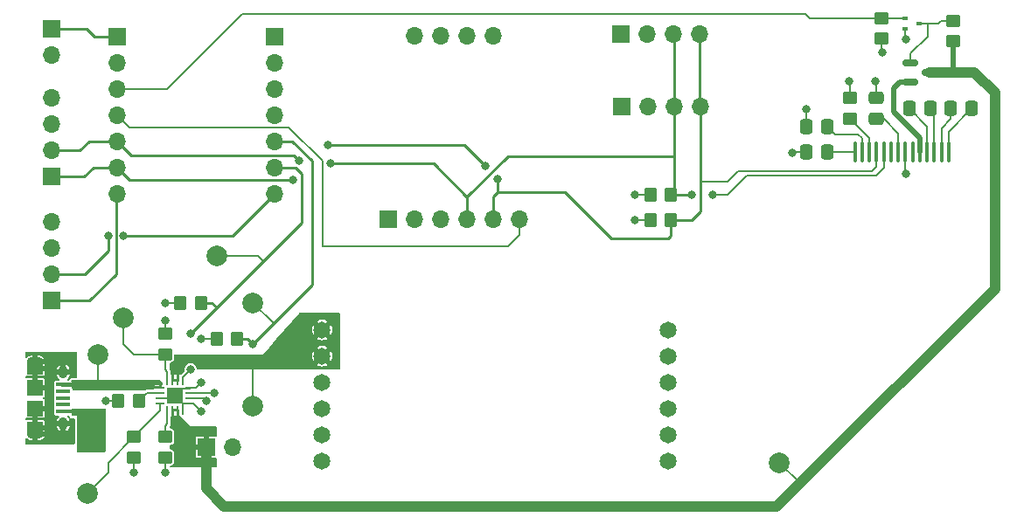
<source format=gbr>
%TF.GenerationSoftware,KiCad,Pcbnew,(6.0.4)*%
%TF.CreationDate,2022-11-18T09:58:05-05:00*%
%TF.ProjectId,NFFPCB,4e464650-4342-42e6-9b69-6361645f7063,rev?*%
%TF.SameCoordinates,Original*%
%TF.FileFunction,Copper,L1,Top*%
%TF.FilePolarity,Positive*%
%FSLAX46Y46*%
G04 Gerber Fmt 4.6, Leading zero omitted, Abs format (unit mm)*
G04 Created by KiCad (PCBNEW (6.0.4)) date 2022-11-18 09:58:05*
%MOMM*%
%LPD*%
G01*
G04 APERTURE LIST*
G04 Aperture macros list*
%AMRoundRect*
0 Rectangle with rounded corners*
0 $1 Rounding radius*
0 $2 $3 $4 $5 $6 $7 $8 $9 X,Y pos of 4 corners*
0 Add a 4 corners polygon primitive as box body*
4,1,4,$2,$3,$4,$5,$6,$7,$8,$9,$2,$3,0*
0 Add four circle primitives for the rounded corners*
1,1,$1+$1,$2,$3*
1,1,$1+$1,$4,$5*
1,1,$1+$1,$6,$7*
1,1,$1+$1,$8,$9*
0 Add four rect primitives between the rounded corners*
20,1,$1+$1,$2,$3,$4,$5,0*
20,1,$1+$1,$4,$5,$6,$7,0*
20,1,$1+$1,$6,$7,$8,$9,0*
20,1,$1+$1,$8,$9,$2,$3,0*%
G04 Aperture macros list end*
%TA.AperFunction,ComponentPad*%
%ADD10C,2.000000*%
%TD*%
%TA.AperFunction,ComponentPad*%
%ADD11C,1.651000*%
%TD*%
%TA.AperFunction,ComponentPad*%
%ADD12R,1.700000X1.700000*%
%TD*%
%TA.AperFunction,ComponentPad*%
%ADD13O,1.700000X1.700000*%
%TD*%
%TA.AperFunction,SMDPad,CuDef*%
%ADD14RoundRect,0.250000X-0.350000X-0.450000X0.350000X-0.450000X0.350000X0.450000X-0.350000X0.450000X0*%
%TD*%
%TA.AperFunction,SMDPad,CuDef*%
%ADD15RoundRect,0.062500X0.062500X-0.375000X0.062500X0.375000X-0.062500X0.375000X-0.062500X-0.375000X0*%
%TD*%
%TA.AperFunction,SMDPad,CuDef*%
%ADD16RoundRect,0.062500X0.375000X-0.062500X0.375000X0.062500X-0.375000X0.062500X-0.375000X-0.062500X0*%
%TD*%
%TA.AperFunction,SMDPad,CuDef*%
%ADD17R,1.600000X1.600000*%
%TD*%
%TA.AperFunction,SMDPad,CuDef*%
%ADD18RoundRect,0.250000X0.337500X0.475000X-0.337500X0.475000X-0.337500X-0.475000X0.337500X-0.475000X0*%
%TD*%
%TA.AperFunction,SMDPad,CuDef*%
%ADD19R,0.510000X0.400000*%
%TD*%
%TA.AperFunction,SMDPad,CuDef*%
%ADD20R,1.350000X0.400000*%
%TD*%
%TA.AperFunction,ComponentPad*%
%ADD21O,0.950000X1.250000*%
%TD*%
%TA.AperFunction,ComponentPad*%
%ADD22O,1.550000X0.890000*%
%TD*%
%TA.AperFunction,SMDPad,CuDef*%
%ADD23R,1.550000X1.500000*%
%TD*%
%TA.AperFunction,SMDPad,CuDef*%
%ADD24R,1.550000X1.200000*%
%TD*%
%TA.AperFunction,SMDPad,CuDef*%
%ADD25RoundRect,0.250000X0.450000X-0.350000X0.450000X0.350000X-0.450000X0.350000X-0.450000X-0.350000X0*%
%TD*%
%TA.AperFunction,SMDPad,CuDef*%
%ADD26RoundRect,0.250000X0.475000X-0.337500X0.475000X0.337500X-0.475000X0.337500X-0.475000X-0.337500X0*%
%TD*%
%TA.AperFunction,SMDPad,CuDef*%
%ADD27RoundRect,0.087500X-0.087500X-0.912500X0.087500X-0.912500X0.087500X0.912500X-0.087500X0.912500X0*%
%TD*%
%TA.AperFunction,SMDPad,CuDef*%
%ADD28RoundRect,0.150000X-0.587500X-0.150000X0.587500X-0.150000X0.587500X0.150000X-0.587500X0.150000X0*%
%TD*%
%TA.AperFunction,SMDPad,CuDef*%
%ADD29RoundRect,0.250000X-0.450000X0.350000X-0.450000X-0.350000X0.450000X-0.350000X0.450000X0.350000X0*%
%TD*%
%TA.AperFunction,ViaPad*%
%ADD30C,0.800000*%
%TD*%
%TA.AperFunction,Conductor*%
%ADD31C,0.200000*%
%TD*%
%TA.AperFunction,Conductor*%
%ADD32C,1.000000*%
%TD*%
%TA.AperFunction,Conductor*%
%ADD33C,0.250000*%
%TD*%
%TA.AperFunction,Conductor*%
%ADD34C,0.500000*%
%TD*%
G04 APERTURE END LIST*
D10*
%TO.P,TPVUSB1,1,1*%
%TO.N,/+VUSB*%
X60500000Y-74000000D03*
%TD*%
%TO.P,TPVSYS1,1,1*%
%TO.N,/VSYS*%
X75500000Y-79000000D03*
%TD*%
%TO.P,TPISET1,1,1*%
%TO.N,Net-(R3-Pad2)*%
X59500000Y-87500000D03*
%TD*%
%TO.P,TPILIM1,1,1*%
%TO.N,Net-(R2-Pad2)*%
X63000000Y-70500000D03*
%TD*%
%TO.P,TPBATTRAW1,1,1*%
%TO.N,/VBATT_RAW*%
X126500000Y-84500000D03*
%TD*%
%TO.P,TP!PGOOD1,1,1*%
%TO.N,/!PGOOD*%
X75500000Y-69000000D03*
%TD*%
%TO.P,TP!CHG1,1,1*%
%TO.N,/!CHG*%
X72000000Y-64500000D03*
%TD*%
D11*
%TO.P,MOD1,*%
%TO.N,*%
X115764000Y-79270000D03*
X82236000Y-76730000D03*
X115764000Y-76730000D03*
X82236000Y-79270000D03*
%TO.P,MOD1,1,VIN*%
%TO.N,/VSYS*%
X82236000Y-74190000D03*
X82236000Y-71650000D03*
%TO.P,MOD1,2,GND*%
%TO.N,GND*%
X82236000Y-81810000D03*
X82236000Y-84350000D03*
%TO.P,MOD1,3,VOUT*%
%TO.N,+3V3*%
X115764000Y-71650000D03*
X115764000Y-74190000D03*
%TO.P,MOD1,4,GND*%
%TO.N,GND*%
X115764000Y-81810000D03*
X115764000Y-84350000D03*
%TD*%
D12*
%TO.P,U1,1,GND*%
%TO.N,GND*%
X111120000Y-43000000D03*
D13*
%TO.P,U1,2,VCC*%
%TO.N,+3V3*%
X113660000Y-43000000D03*
%TO.P,U1,3,SCL*%
%TO.N,/SCL*%
X116200000Y-43000000D03*
%TO.P,U1,4,SDA*%
%TO.N,/SDA*%
X118740000Y-43000000D03*
%TD*%
D14*
%TO.P,R8,1*%
%TO.N,+3V3*%
X72000000Y-72500000D03*
%TO.P,R8,2*%
%TO.N,/!PGOOD*%
X74000000Y-72500000D03*
%TD*%
D15*
%TO.P,U4,1,TS*%
%TO.N,Net-(R5-Pad2)*%
X67250000Y-79437500D03*
%TO.P,U4,2,BAT*%
%TO.N,/VBATT_RAW*%
X67750000Y-79437500D03*
%TO.P,U4,3,BAT*%
X68250000Y-79437500D03*
%TO.P,U4,4,~{CE}*%
%TO.N,GND*%
X68750000Y-79437500D03*
D16*
%TO.P,U4,5,EN2*%
X69437500Y-78750000D03*
%TO.P,U4,6,EN1*%
%TO.N,/+VUSB*%
X69437500Y-78250000D03*
%TO.P,U4,7,~{PGOOD}*%
%TO.N,/!PGOOD*%
X69437500Y-77750000D03*
%TO.P,U4,8,VSS*%
%TO.N,GND*%
X69437500Y-77250000D03*
D15*
%TO.P,U4,9,~{CHG}*%
%TO.N,/!CHG*%
X68750000Y-76562500D03*
%TO.P,U4,10,OUT*%
%TO.N,/VSYS*%
X68250000Y-76562500D03*
%TO.P,U4,11,OUT*%
X67750000Y-76562500D03*
%TO.P,U4,12,ILIM*%
%TO.N,Net-(R2-Pad2)*%
X67250000Y-76562500D03*
D16*
%TO.P,U4,13,IN*%
%TO.N,/+VUSB*%
X66562500Y-77250000D03*
%TO.P,U4,14,TMR*%
%TO.N,Net-(R1-Pad2)*%
X66562500Y-77750000D03*
%TO.P,U4,15,TD*%
%TO.N,GND*%
X66562500Y-78250000D03*
%TO.P,U4,16,ISET*%
%TO.N,Net-(R3-Pad2)*%
X66562500Y-78750000D03*
D17*
%TO.P,U4,17,VSS*%
%TO.N,GND*%
X68000000Y-78000000D03*
%TD*%
D18*
%TO.P,C1,1*%
%TO.N,/C2P*%
X145137500Y-50191000D03*
%TO.P,C1,2*%
%TO.N,/C2N*%
X143062500Y-50191000D03*
%TD*%
%TO.P,C4,1*%
%TO.N,Net-(C4-Pad1)*%
X131137500Y-51925000D03*
%TO.P,C4,2*%
%TO.N,GND*%
X129062500Y-51925000D03*
%TD*%
D12*
%TO.P,J5,1,Pin_1*%
%TO.N,/SCL*%
X56000000Y-56800000D03*
D13*
%TO.P,J5,2,Pin_2*%
%TO.N,/SDA*%
X56000000Y-54260000D03*
%TO.P,J5,3,Pin_3*%
%TO.N,GND*%
X56000000Y-51720000D03*
%TO.P,J5,4,Pin_4*%
%TO.N,+3V3*%
X56000000Y-49180000D03*
%TD*%
D19*
%TO.P,Q1,1,G*%
%TO.N,/OLED_EN*%
X138705000Y-41425000D03*
%TO.P,Q1,2,S*%
%TO.N,GND*%
X138705000Y-42425000D03*
%TO.P,Q1,3,D*%
%TO.N,Net-(Q1-Pad3)*%
X139995000Y-41925000D03*
%TD*%
D12*
%TO.P,J4,1,Pin_1*%
%TO.N,/TX_FROM_MICRO*%
X56000000Y-68800000D03*
D13*
%TO.P,J4,2,Pin_2*%
%TO.N,/RX_TO_MICRO*%
X56000000Y-66260000D03*
%TO.P,J4,3,Pin_3*%
%TO.N,GND*%
X56000000Y-63720000D03*
%TO.P,J4,4,Pin_4*%
%TO.N,+3V3*%
X56000000Y-61180000D03*
%TD*%
D12*
%TO.P,J3,1,Pin_1*%
%TO.N,/BUTTON*%
X56000000Y-42460000D03*
D13*
%TO.P,J3,2,Pin_2*%
%TO.N,GND*%
X56000000Y-45000000D03*
%TD*%
D14*
%TO.P,R7,1*%
%TO.N,+3V3*%
X68500000Y-69000000D03*
%TO.P,R7,2*%
%TO.N,/!CHG*%
X70500000Y-69000000D03*
%TD*%
D20*
%TO.P,J1,1,VBUS*%
%TO.N,/+VUSB*%
X57150000Y-76950000D03*
%TO.P,J1,2,D-*%
%TO.N,unconnected-(J1-Pad2)*%
X57150000Y-77600000D03*
%TO.P,J1,3,D+*%
%TO.N,unconnected-(J1-Pad3)*%
X57150000Y-78250000D03*
%TO.P,J1,4,ID*%
%TO.N,unconnected-(J1-Pad4)*%
X57150000Y-78900000D03*
%TO.P,J1,5,GND*%
%TO.N,GND*%
X57150000Y-79550000D03*
D21*
%TO.P,J1,6,Shield*%
%TO.N,unconnected-(J1-Pad6)*%
X57150000Y-75750000D03*
D22*
X54450000Y-81750000D03*
D23*
X54450000Y-77250000D03*
D21*
X57150000Y-80750000D03*
D24*
X54450000Y-81150000D03*
D22*
X54450000Y-74750000D03*
D24*
X54450000Y-75350000D03*
D23*
X54450000Y-79250000D03*
%TD*%
D25*
%TO.P,R10,1*%
%TO.N,/VBATT_RAW*%
X143350000Y-43675000D03*
%TO.P,R10,2*%
%TO.N,Net-(Q1-Pad3)*%
X143350000Y-41675000D03*
%TD*%
D18*
%TO.P,C5,1*%
%TO.N,Net-(C5-Pad1)*%
X131137500Y-54425000D03*
%TO.P,C5,2*%
%TO.N,GND*%
X129062500Y-54425000D03*
%TD*%
D14*
%TO.P,R1,1*%
%TO.N,GND*%
X62500000Y-78500000D03*
%TO.P,R1,2*%
%TO.N,Net-(R1-Pad2)*%
X64500000Y-78500000D03*
%TD*%
D25*
%TO.P,R3,1*%
%TO.N,GND*%
X64000000Y-84000000D03*
%TO.P,R3,2*%
%TO.N,Net-(R3-Pad2)*%
X64000000Y-82000000D03*
%TD*%
D26*
%TO.P,C2,1*%
%TO.N,Net-(C2-Pad1)*%
X135850000Y-51212500D03*
%TO.P,C2,2*%
%TO.N,GND*%
X135850000Y-49137500D03*
%TD*%
D12*
%TO.P,U2,1,A0*%
%TO.N,/BUTTON*%
X62380000Y-43189500D03*
D13*
%TO.P,U2,2,A1*%
%TO.N,unconnected-(U2-Pad2)*%
X62380000Y-45729500D03*
%TO.P,U2,3,A2*%
%TO.N,/OLED_EN*%
X62380000Y-48269500D03*
%TO.P,U2,4,A3*%
%TO.N,/BNO_RST*%
X62380000Y-50809500D03*
%TO.P,U2,5,SDA*%
%TO.N,/SDA*%
X62380000Y-53349500D03*
%TO.P,U2,6,SCL*%
%TO.N,/SCL*%
X62380000Y-55889500D03*
%TO.P,U2,7,TX*%
%TO.N,/TX_FROM_MICRO*%
X62380000Y-58429500D03*
%TO.P,U2,8,RX*%
%TO.N,/RX_TO_MICRO*%
X77620000Y-58429500D03*
%TO.P,U2,9,SCK*%
%TO.N,/!CHG*%
X77620000Y-55889500D03*
%TO.P,U2,10,MISO*%
%TO.N,/!PGOOD*%
X77620000Y-53349500D03*
%TO.P,U2,11,MOSI*%
%TO.N,unconnected-(U2-Pad11)*%
X77620000Y-50809500D03*
%TO.P,U2,12,3v3*%
%TO.N,+3V3*%
X77620000Y-48269500D03*
%TO.P,U2,13,GND*%
%TO.N,GND*%
X77620000Y-45729500D03*
D12*
%TO.P,U2,14,5V*%
%TO.N,unconnected-(U2-Pad14)*%
X77620000Y-43189500D03*
%TD*%
%TO.P,J2,1,Pin_1*%
%TO.N,/VBATT_RAW*%
X71000000Y-83000000D03*
D13*
%TO.P,J2,2,Pin_2*%
%TO.N,GND*%
X73540000Y-83000000D03*
%TD*%
D25*
%TO.P,R11,1*%
%TO.N,Net-(R11-Pad1)*%
X133350000Y-51175000D03*
%TO.P,R11,2*%
%TO.N,GND*%
X133350000Y-49175000D03*
%TD*%
D27*
%TO.P,U6,1,C2P*%
%TO.N,/C2P*%
X142900000Y-54425000D03*
%TO.P,U6,2,C2N*%
%TO.N,/C2N*%
X142200000Y-54425000D03*
%TO.P,U6,3,C1P*%
%TO.N,/C1P*%
X141500000Y-54425000D03*
%TO.P,U6,4,C1N*%
%TO.N,/C1N*%
X140800000Y-54425000D03*
%TO.P,U6,5,VBAT*%
%TO.N,/VBAT_OLED*%
X140100000Y-54425000D03*
%TO.P,U6,6,VBREF*%
%TO.N,unconnected-(U6-Pad6)*%
X139400000Y-54425000D03*
%TO.P,U6,7,VSS*%
%TO.N,GND*%
X138700000Y-54425000D03*
%TO.P,U6,8,VDD*%
%TO.N,Net-(C2-Pad1)*%
X138000000Y-54425000D03*
%TO.P,U6,9,RES#*%
%TO.N,unconnected-(U6-Pad9)*%
X137300000Y-54425000D03*
%TO.P,U6,10,SCL*%
%TO.N,/SCL*%
X136600000Y-54430128D03*
%TO.P,U6,11,SDA*%
%TO.N,/SDA*%
X135900000Y-54425000D03*
%TO.P,U6,12,IREF*%
%TO.N,Net-(R11-Pad1)*%
X135200000Y-54425000D03*
%TO.P,U6,13,VCOMH*%
%TO.N,Net-(C4-Pad1)*%
X134500000Y-54430128D03*
%TO.P,U6,14,VCC*%
%TO.N,Net-(C5-Pad1)*%
X133800000Y-54425000D03*
%TD*%
D25*
%TO.P,R5,1*%
%TO.N,GND*%
X67000000Y-84000000D03*
%TO.P,R5,2*%
%TO.N,Net-(R5-Pad2)*%
X67000000Y-82000000D03*
%TD*%
D14*
%TO.P,R4,1*%
%TO.N,+3V3*%
X114000000Y-58500000D03*
%TO.P,R4,2*%
%TO.N,/SCL*%
X116000000Y-58500000D03*
%TD*%
D25*
%TO.P,R9,1*%
%TO.N,GND*%
X136350000Y-43425000D03*
%TO.P,R9,2*%
%TO.N,/OLED_EN*%
X136350000Y-41425000D03*
%TD*%
D18*
%TO.P,C3,1*%
%TO.N,/C1P*%
X141137500Y-50191000D03*
%TO.P,C3,2*%
%TO.N,/C1N*%
X139062500Y-50191000D03*
%TD*%
D14*
%TO.P,R6,1*%
%TO.N,+3V3*%
X114000000Y-61000000D03*
%TO.P,R6,2*%
%TO.N,/SDA*%
X116000000Y-61000000D03*
%TD*%
D28*
%TO.P,Q2,1,G*%
%TO.N,Net-(Q1-Pad3)*%
X139162500Y-45725000D03*
%TO.P,Q2,2,S*%
%TO.N,/VBAT_OLED*%
X139162500Y-47625000D03*
%TO.P,Q2,3,D*%
%TO.N,/VBATT_RAW*%
X141037500Y-46675000D03*
%TD*%
D13*
%TO.P,U3,1,PS1*%
%TO.N,unconnected-(U3-Pad1)*%
X98810000Y-43110000D03*
%TO.P,U3,2,PS0*%
%TO.N,unconnected-(U3-Pad2)*%
X96270000Y-43110000D03*
%TO.P,U3,3,ADR*%
%TO.N,unconnected-(U3-Pad3)*%
X93730000Y-43110000D03*
%TO.P,U3,4,INT*%
%TO.N,unconnected-(U3-Pad4)*%
X91190000Y-43110000D03*
D12*
%TO.P,U3,5,VIN*%
%TO.N,unconnected-(U3-Pad5)*%
X88650000Y-60890000D03*
D13*
%TO.P,U3,6,3V*%
%TO.N,+3V3*%
X91190000Y-60890000D03*
%TO.P,U3,7,GND*%
%TO.N,GND*%
X93730000Y-60890000D03*
%TO.P,U3,8,SCL*%
%TO.N,/SCL*%
X96270000Y-60890000D03*
%TO.P,U3,9,SDA*%
%TO.N,/SDA*%
X98810000Y-60890000D03*
%TO.P,U3,10,RST*%
%TO.N,/BNO_RST*%
X101350000Y-60890000D03*
%TD*%
D29*
%TO.P,R2,1*%
%TO.N,GND*%
X67000000Y-72000000D03*
%TO.P,R2,2*%
%TO.N,Net-(R2-Pad2)*%
X67000000Y-74000000D03*
%TD*%
D12*
%TO.P,U5,1,GND*%
%TO.N,GND*%
X111200000Y-50000000D03*
D13*
%TO.P,U5,2,VCC*%
%TO.N,+3V3*%
X113740000Y-50000000D03*
%TO.P,U5,3,SCL*%
%TO.N,/SCL*%
X116280000Y-50000000D03*
%TO.P,U5,4,SDA*%
%TO.N,/SDA*%
X118820000Y-50000000D03*
%TD*%
D30*
%TO.N,GND*%
X59250000Y-82750000D03*
X138750000Y-56500000D03*
X67000000Y-70750000D03*
X136500000Y-44750000D03*
X127750000Y-54500000D03*
X135750000Y-47500000D03*
X61250000Y-78500000D03*
X60500000Y-79750000D03*
X64000000Y-85500000D03*
X70500000Y-79500000D03*
X59250000Y-81250000D03*
X133250000Y-47500000D03*
X70500000Y-76750000D03*
X138750000Y-43500000D03*
X60500000Y-81250000D03*
X60500000Y-82750000D03*
X59250000Y-79750000D03*
X129062500Y-50250000D03*
X67000000Y-85500000D03*
%TO.N,/+VUSB*%
X65000000Y-77000000D03*
X71000000Y-78500000D03*
%TO.N,/RX_TO_MICRO*%
X63000000Y-62500000D03*
X61500000Y-62500000D03*
%TO.N,+3V3*%
X70500000Y-72500000D03*
X112500000Y-58500000D03*
X67000000Y-69000000D03*
X112500000Y-61000000D03*
%TO.N,/SCL*%
X118000000Y-58500000D03*
X83000000Y-55500000D03*
X79435989Y-57064011D03*
X120000000Y-58500000D03*
%TO.N,/SDA*%
X99250000Y-57000000D03*
X82750000Y-53750000D03*
X80000000Y-55250000D03*
X98000000Y-55750000D03*
%TO.N,/!CHG*%
X69500000Y-75500000D03*
X69500000Y-72000000D03*
%TO.N,/!PGOOD*%
X71749999Y-77750001D03*
X75500000Y-73000000D03*
%TD*%
D31*
%TO.N,/VBATT_RAW*%
X126500000Y-84500000D02*
X128500000Y-86500000D01*
D32*
X126250000Y-88750000D02*
X128500000Y-86500000D01*
X128500000Y-86500000D02*
X147350000Y-67650000D01*
D31*
%TO.N,/!CHG*%
X76000000Y-64500000D02*
X76500000Y-65000000D01*
X72000000Y-64500000D02*
X76000000Y-64500000D01*
D33*
X76500000Y-65000000D02*
X72000000Y-69500000D01*
X80250000Y-61250000D02*
X76500000Y-65000000D01*
D31*
%TO.N,/!PGOOD*%
X75500000Y-69000000D02*
X77500000Y-71000000D01*
D33*
X77500000Y-71000000D02*
X75500000Y-73000000D01*
X81250000Y-67250000D02*
X77500000Y-71000000D01*
D31*
%TO.N,Net-(R2-Pad2)*%
X64000000Y-74000000D02*
X67000000Y-74000000D01*
X63000000Y-70500000D02*
X63000000Y-73000000D01*
X63000000Y-73000000D02*
X64000000Y-74000000D01*
%TO.N,/VSYS*%
X75500000Y-79000000D02*
X75500000Y-75000000D01*
%TO.N,/+VUSB*%
X60500000Y-74000000D02*
X60500000Y-77000000D01*
%TO.N,Net-(R3-Pad2)*%
X61500000Y-85500000D02*
X59500000Y-87500000D01*
X61500000Y-84500000D02*
X61500000Y-85500000D01*
X64000000Y-82000000D02*
X61500000Y-84500000D01*
%TO.N,/C2P*%
X142900000Y-54425000D02*
X142900000Y-52428500D01*
X142900000Y-52428500D02*
X145137500Y-50191000D01*
%TO.N,/C2N*%
X142200000Y-52075000D02*
X143100000Y-51175000D01*
X142200000Y-54425000D02*
X142200000Y-52075000D01*
X143100000Y-50228500D02*
X143062500Y-50191000D01*
X143100000Y-51175000D02*
X143100000Y-50228500D01*
%TO.N,Net-(C2-Pad1)*%
X138000000Y-52575000D02*
X136637500Y-51212500D01*
X138000000Y-54425000D02*
X138000000Y-52575000D01*
X136637500Y-51212500D02*
X135850000Y-51212500D01*
%TO.N,GND*%
X66562500Y-78250000D02*
X67750000Y-78250000D01*
X69437500Y-77250000D02*
X69387980Y-77299520D01*
X138700000Y-56450000D02*
X138750000Y-56500000D01*
X67750000Y-78250000D02*
X68000000Y-78000000D01*
X135850000Y-49137500D02*
X135850000Y-47600000D01*
X135850000Y-47600000D02*
X135750000Y-47500000D01*
X67000000Y-72000000D02*
X67000000Y-70750000D01*
X138705000Y-43295000D02*
X138705000Y-43455000D01*
X69387980Y-77299520D02*
X68700480Y-77299520D01*
X136350000Y-43425000D02*
X136350000Y-44600000D01*
X68750000Y-79437500D02*
X68750000Y-78750000D01*
X68700480Y-77299520D02*
X68000000Y-78000000D01*
X129062500Y-51925000D02*
X129062500Y-50250000D01*
X69437500Y-77250000D02*
X70000000Y-77250000D01*
X68750000Y-78750000D02*
X68000000Y-78000000D01*
X64000000Y-84000000D02*
X64000000Y-85250000D01*
X138705000Y-42425000D02*
X138705000Y-43295000D01*
X133350000Y-47600000D02*
X133250000Y-47500000D01*
X133350000Y-49175000D02*
X133350000Y-47600000D01*
X136350000Y-44600000D02*
X136500000Y-44750000D01*
X67000000Y-84000000D02*
X67000000Y-85500000D01*
X138705000Y-43455000D02*
X138750000Y-43500000D01*
X62500000Y-78500000D02*
X61250000Y-78500000D01*
X127825000Y-54425000D02*
X127750000Y-54500000D01*
X127925000Y-54425000D02*
X127825000Y-54425000D01*
X138700000Y-54425000D02*
X138700000Y-56450000D01*
X69437500Y-78750000D02*
X68750000Y-78750000D01*
X129062500Y-54425000D02*
X127925000Y-54425000D01*
X69437500Y-78750000D02*
X69750000Y-78750000D01*
X70000000Y-77250000D02*
X70500000Y-76750000D01*
X64000000Y-85250000D02*
X64000000Y-85500000D01*
X69750000Y-78750000D02*
X70500000Y-79500000D01*
%TO.N,/C1P*%
X141500000Y-54425000D02*
X141500000Y-50553500D01*
X141500000Y-50553500D02*
X141137500Y-50191000D01*
%TO.N,/C1N*%
X140800000Y-54425000D02*
X140800000Y-51928500D01*
X140800000Y-51928500D02*
X139062500Y-50191000D01*
%TO.N,Net-(C4-Pad1)*%
X131137500Y-51925000D02*
X131887500Y-52675000D01*
X131887500Y-52675000D02*
X134100000Y-52675000D01*
X134500000Y-53075000D02*
X134500000Y-54430128D01*
X134100000Y-52675000D02*
X134500000Y-53075000D01*
%TO.N,Net-(C5-Pad1)*%
X131137500Y-54425000D02*
X133800000Y-54425000D01*
%TO.N,/+VUSB*%
X70750000Y-78250000D02*
X71000000Y-78500000D01*
X69437500Y-78250000D02*
X70750000Y-78250000D01*
D32*
%TO.N,/VBATT_RAW*%
X147350000Y-48675000D02*
X145350000Y-46675000D01*
X145350000Y-46675000D02*
X143100000Y-46675000D01*
X147350000Y-67650000D02*
X147350000Y-48675000D01*
X72750000Y-88750000D02*
X126250000Y-88750000D01*
D34*
X143350000Y-43675000D02*
X143350000Y-46425000D01*
D32*
X71000000Y-83000000D02*
X71000000Y-87000000D01*
X71000000Y-87000000D02*
X72750000Y-88750000D01*
D34*
X143350000Y-46425000D02*
X143100000Y-46675000D01*
D32*
X143100000Y-46675000D02*
X141037500Y-46675000D01*
D33*
%TO.N,/BUTTON*%
X59460000Y-42460000D02*
X60189500Y-43189500D01*
X56000000Y-42460000D02*
X59460000Y-42460000D01*
X60189500Y-43189500D02*
X62380000Y-43189500D01*
%TO.N,/TX_FROM_MICRO*%
X62275499Y-66224501D02*
X62275499Y-58534001D01*
X56000000Y-68800000D02*
X59700000Y-68800000D01*
X59700000Y-68800000D02*
X62275499Y-66224501D01*
X62275499Y-58534001D02*
X62380000Y-58429500D01*
%TO.N,/RX_TO_MICRO*%
X61500000Y-64000000D02*
X61500000Y-62500000D01*
X73549500Y-62500000D02*
X63000000Y-62500000D01*
X59240000Y-66260000D02*
X61500000Y-64000000D01*
X56000000Y-66260000D02*
X59240000Y-66260000D01*
X77620000Y-58429500D02*
X73549500Y-62500000D01*
D31*
%TO.N,+3V3*%
X114000000Y-58500000D02*
X112500000Y-58500000D01*
X72000000Y-72500000D02*
X70500000Y-72500000D01*
X114000000Y-61000000D02*
X112500000Y-61000000D01*
X68500000Y-69000000D02*
X67000000Y-69000000D01*
%TO.N,/SCL*%
X123325000Y-56675000D02*
X121500000Y-58500000D01*
X136600000Y-55925000D02*
X135850000Y-56675000D01*
D33*
X116280000Y-58220000D02*
X116000000Y-58500000D01*
X62380000Y-55889500D02*
X63554511Y-57064011D01*
D31*
X135850000Y-56675000D02*
X123325000Y-56675000D01*
D33*
X116280000Y-43080000D02*
X116200000Y-43000000D01*
X60110500Y-55889500D02*
X62380000Y-55889500D01*
X100220000Y-54780000D02*
X96270000Y-58730000D01*
X83000000Y-55500000D02*
X93000000Y-55500000D01*
X116280000Y-50000000D02*
X116280000Y-54780000D01*
X63554511Y-57064011D02*
X79435989Y-57064011D01*
X116000000Y-58500000D02*
X118000000Y-58500000D01*
X96270000Y-58770000D02*
X96270000Y-60890000D01*
X116280000Y-54780000D02*
X116280000Y-58220000D01*
X116280000Y-54780000D02*
X100220000Y-54780000D01*
D31*
X136600000Y-54430128D02*
X136600000Y-55925000D01*
D33*
X93000000Y-55500000D02*
X96270000Y-58770000D01*
X56000000Y-56800000D02*
X59200000Y-56800000D01*
D31*
X121500000Y-58500000D02*
X120000000Y-58500000D01*
D33*
X96270000Y-58730000D02*
X96270000Y-58770000D01*
X59200000Y-56800000D02*
X60110500Y-55889500D01*
X116280000Y-50000000D02*
X116280000Y-43080000D01*
%TO.N,/SDA*%
X56000000Y-54260000D02*
X58740000Y-54260000D01*
X118820000Y-50000000D02*
X118820000Y-57180000D01*
X58740000Y-54260000D02*
X59650500Y-53349500D01*
D31*
X118890000Y-57250000D02*
X121500000Y-57250000D01*
X135900000Y-55811164D02*
X135900000Y-54425000D01*
D33*
X79464989Y-54714989D02*
X80000000Y-55250000D01*
X99250000Y-58250000D02*
X98810000Y-58690000D01*
D31*
X135461164Y-56250000D02*
X135900000Y-55811164D01*
D33*
X99250000Y-57000000D02*
X99250000Y-58250000D01*
X105750000Y-58250000D02*
X99250000Y-58250000D01*
X62380000Y-53349500D02*
X63745489Y-54714989D01*
X110250000Y-62750000D02*
X105750000Y-58250000D01*
X116000000Y-62500000D02*
X115750000Y-62750000D01*
X59650500Y-53349500D02*
X62380000Y-53349500D01*
X96000000Y-53750000D02*
X98000000Y-55750000D01*
X118740000Y-43000000D02*
X118740000Y-49920000D01*
D31*
X118820000Y-57180000D02*
X118890000Y-57250000D01*
D33*
X118820000Y-57180000D02*
X118820000Y-60180000D01*
D31*
X122500000Y-56250000D02*
X135461164Y-56250000D01*
D33*
X118740000Y-49920000D02*
X118820000Y-50000000D01*
X118820000Y-60180000D02*
X118000000Y-61000000D01*
X63745489Y-54714989D02*
X79464989Y-54714989D01*
X82750000Y-53750000D02*
X96000000Y-53750000D01*
X116000000Y-61000000D02*
X116000000Y-62500000D01*
X98810000Y-58690000D02*
X98810000Y-60890000D01*
X115750000Y-62750000D02*
X110250000Y-62750000D01*
D31*
X121500000Y-57250000D02*
X122500000Y-56250000D01*
D33*
X118000000Y-61000000D02*
X116000000Y-61000000D01*
D31*
%TO.N,/OLED_EN*%
X67230500Y-48269500D02*
X74500000Y-41000000D01*
X138705000Y-41425000D02*
X136350000Y-41425000D01*
X136350000Y-41425000D02*
X129425000Y-41425000D01*
X129000000Y-41000000D02*
X129425000Y-41425000D01*
X62380000Y-48269500D02*
X67230500Y-48269500D01*
X74500000Y-41000000D02*
X129000000Y-41000000D01*
%TO.N,Net-(Q1-Pad3)*%
X140850000Y-41925000D02*
X141850000Y-41925000D01*
X140850000Y-43175000D02*
X140850000Y-41925000D01*
X141850000Y-41925000D02*
X142100000Y-41675000D01*
X139995000Y-41925000D02*
X140850000Y-41925000D01*
X139162500Y-45725000D02*
X139162500Y-44862500D01*
X139162500Y-44862500D02*
X140850000Y-43175000D01*
X142100000Y-41675000D02*
X143350000Y-41675000D01*
D34*
%TO.N,/VBAT_OLED*%
X137600000Y-50530270D02*
X140100000Y-53030270D01*
X137600000Y-48175000D02*
X137600000Y-50530270D01*
X139162500Y-47625000D02*
X138150000Y-47625000D01*
X140100000Y-53030270D02*
X140100000Y-54425000D01*
X138150000Y-47625000D02*
X137600000Y-48175000D01*
D31*
%TO.N,Net-(R1-Pad2)*%
X66562500Y-77750000D02*
X65250000Y-77750000D01*
X65250000Y-77750000D02*
X64500000Y-78500000D01*
%TO.N,Net-(R2-Pad2)*%
X67250000Y-76562500D02*
X67250000Y-75750000D01*
X67000000Y-75500000D02*
X67000000Y-74000000D01*
X67250000Y-75750000D02*
X67000000Y-75500000D01*
%TO.N,Net-(R3-Pad2)*%
X66562500Y-78750000D02*
X66562500Y-79437500D01*
X66562500Y-79437500D02*
X64000000Y-82000000D01*
%TO.N,Net-(R5-Pad2)*%
X67250000Y-79437500D02*
X67250000Y-80750000D01*
X67000000Y-81000000D02*
X67000000Y-82000000D01*
X67250000Y-80750000D02*
X67000000Y-81000000D01*
D33*
%TO.N,/!CHG*%
X77620000Y-55889500D02*
X79639500Y-55889500D01*
D31*
X68750000Y-76250000D02*
X69500000Y-75500000D01*
D33*
X72000000Y-69500000D02*
X69500000Y-72000000D01*
X80250000Y-56500000D02*
X80250000Y-61250000D01*
X79639500Y-55889500D02*
X80250000Y-56500000D01*
X70500000Y-69000000D02*
X71500000Y-69000000D01*
X71500000Y-69000000D02*
X72000000Y-69500000D01*
D31*
X68750000Y-76562500D02*
X68750000Y-76250000D01*
D33*
%TO.N,/!PGOOD*%
X77620000Y-53349500D02*
X79349500Y-53349500D01*
X79349500Y-53349500D02*
X81250000Y-55250000D01*
D31*
X69437500Y-77750000D02*
X71749999Y-77750001D01*
D33*
X75500000Y-73000000D02*
X75000000Y-72500000D01*
X75000000Y-72500000D02*
X74000000Y-72500000D01*
X81250000Y-55250000D02*
X81250000Y-67250000D01*
D31*
%TO.N,Net-(R11-Pad1)*%
X135200000Y-53025000D02*
X133350000Y-51175000D01*
X135200000Y-54425000D02*
X135200000Y-53025000D01*
%TO.N,/BNO_RST*%
X101350000Y-62400000D02*
X100250000Y-63500000D01*
X63570500Y-52000000D02*
X62380000Y-50809500D01*
X82250000Y-55250000D02*
X79000000Y-52000000D01*
X100250000Y-63500000D02*
X82250000Y-63500000D01*
X82250000Y-63500000D02*
X82250000Y-55250000D01*
X101350000Y-60890000D02*
X101350000Y-62400000D01*
X79000000Y-52000000D02*
X63570500Y-52000000D01*
%TD*%
%TA.AperFunction,Conductor*%
%TO.N,unconnected-(J1-Pad6)*%
G36*
X58459191Y-73768907D02*
G01*
X58495155Y-73818407D01*
X58500000Y-73849000D01*
X58500000Y-76195500D01*
X58481093Y-76253691D01*
X58431593Y-76289655D01*
X58401000Y-76294500D01*
X58035602Y-76294500D01*
X58018034Y-76295709D01*
X58009142Y-76296321D01*
X58009134Y-76296322D01*
X58007446Y-76296438D01*
X57980573Y-76300155D01*
X57946891Y-76312958D01*
X57899791Y-76330861D01*
X57899789Y-76330862D01*
X57894559Y-76332850D01*
X57889906Y-76335959D01*
X57889904Y-76335960D01*
X57882438Y-76340949D01*
X57843685Y-76366843D01*
X57828935Y-76378742D01*
X57793243Y-76392368D01*
X57795128Y-76402252D01*
X57779836Y-76443918D01*
X57765056Y-76466584D01*
X57763130Y-76471806D01*
X57763129Y-76471807D01*
X57760192Y-76479767D01*
X57722312Y-76527816D01*
X57667312Y-76544500D01*
X57644643Y-76544500D01*
X57586452Y-76525593D01*
X57550488Y-76476093D01*
X57550488Y-76414907D01*
X57572475Y-76377729D01*
X57624741Y-76322072D01*
X57672212Y-76295975D01*
X57671196Y-76275891D01*
X57680022Y-76253995D01*
X57742101Y-76141074D01*
X57746649Y-76129586D01*
X57774994Y-76019188D01*
X57774211Y-76006732D01*
X57764806Y-76004000D01*
X56538771Y-76004000D01*
X56526086Y-76008122D01*
X56524949Y-76009687D01*
X56524461Y-76014845D01*
X56529280Y-76052995D01*
X56532353Y-76064961D01*
X56586832Y-76202558D01*
X56592782Y-76213381D01*
X56679767Y-76333106D01*
X56688228Y-76342115D01*
X56727035Y-76374220D01*
X56759820Y-76425880D01*
X56755978Y-76486945D01*
X56716976Y-76534089D01*
X56663930Y-76549500D01*
X56455252Y-76549500D01*
X56429005Y-76554721D01*
X56406334Y-76559230D01*
X56406332Y-76559231D01*
X56396769Y-76561133D01*
X56330448Y-76605448D01*
X56286133Y-76671769D01*
X56274500Y-76730252D01*
X56274500Y-77169748D01*
X56286133Y-77228231D01*
X56291548Y-77236334D01*
X56291871Y-77237115D01*
X56296671Y-77298112D01*
X56291871Y-77312885D01*
X56291548Y-77313666D01*
X56286133Y-77321769D01*
X56284232Y-77331327D01*
X56284231Y-77331329D01*
X56279751Y-77353852D01*
X56274500Y-77380252D01*
X56274500Y-77819748D01*
X56286133Y-77878231D01*
X56291548Y-77886334D01*
X56291871Y-77887115D01*
X56296671Y-77948112D01*
X56291871Y-77962885D01*
X56291548Y-77963666D01*
X56286133Y-77971769D01*
X56274500Y-78030252D01*
X56274500Y-78469748D01*
X56286133Y-78528231D01*
X56291548Y-78536334D01*
X56291871Y-78537115D01*
X56296671Y-78598112D01*
X56291871Y-78612885D01*
X56291548Y-78613666D01*
X56286133Y-78621769D01*
X56274500Y-78680252D01*
X56274500Y-79119748D01*
X56286133Y-79178231D01*
X56291548Y-79186334D01*
X56291871Y-79187115D01*
X56296671Y-79248112D01*
X56291871Y-79262885D01*
X56291548Y-79263666D01*
X56286133Y-79271769D01*
X56274500Y-79330252D01*
X56274500Y-79769748D01*
X56286133Y-79828231D01*
X56330448Y-79894552D01*
X56396769Y-79938867D01*
X56406332Y-79940769D01*
X56406334Y-79940770D01*
X56429005Y-79945279D01*
X56455252Y-79950500D01*
X56660052Y-79950500D01*
X56718243Y-79969407D01*
X56754207Y-80018907D01*
X56754207Y-80080093D01*
X56732220Y-80117270D01*
X56636457Y-80219247D01*
X56629189Y-80229251D01*
X56557899Y-80358926D01*
X56553351Y-80370414D01*
X56525006Y-80480812D01*
X56525789Y-80493268D01*
X56535194Y-80496000D01*
X57761229Y-80496000D01*
X57773914Y-80491878D01*
X57775051Y-80490313D01*
X57775539Y-80485155D01*
X57770720Y-80447005D01*
X57767647Y-80435039D01*
X57713168Y-80297442D01*
X57707218Y-80286618D01*
X57685856Y-80257217D01*
X57666948Y-80199026D01*
X57671984Y-80183528D01*
X57632646Y-80174550D01*
X57616694Y-80161711D01*
X57616573Y-80161857D01*
X57579008Y-80130780D01*
X57546224Y-80079119D01*
X57550066Y-80018055D01*
X57589068Y-79970911D01*
X57642114Y-79955500D01*
X57668435Y-79955500D01*
X57726626Y-79974407D01*
X57759468Y-80015590D01*
X57774455Y-80050653D01*
X57779335Y-80104870D01*
X57796540Y-80104870D01*
X57829392Y-80123026D01*
X57830274Y-80123762D01*
X57835399Y-80129628D01*
X57913909Y-80176536D01*
X57919192Y-80178252D01*
X57919193Y-80178253D01*
X57957705Y-80190766D01*
X57972100Y-80195443D01*
X57975944Y-80196052D01*
X57975949Y-80196053D01*
X58031754Y-80204891D01*
X58031759Y-80204891D01*
X58035602Y-80205500D01*
X58195500Y-80205500D01*
X58253691Y-80224407D01*
X58289655Y-80273907D01*
X58294500Y-80304500D01*
X58294500Y-82651000D01*
X58275593Y-82709191D01*
X58226093Y-82745155D01*
X58195500Y-82750000D01*
X53599000Y-82750000D01*
X53540809Y-82731093D01*
X53504845Y-82681593D01*
X53500000Y-82651000D01*
X53500000Y-82227467D01*
X53518907Y-82169276D01*
X53568407Y-82133312D01*
X53629593Y-82133312D01*
X53677541Y-82167198D01*
X53684557Y-82176341D01*
X53693658Y-82185442D01*
X53809744Y-82274519D01*
X53820883Y-82280949D01*
X53956066Y-82336944D01*
X53968499Y-82340275D01*
X54077130Y-82354577D01*
X54083584Y-82355000D01*
X54180320Y-82355000D01*
X54193005Y-82350878D01*
X54196000Y-82346757D01*
X54196000Y-82339320D01*
X54704000Y-82339320D01*
X54708122Y-82352005D01*
X54712243Y-82355000D01*
X54816416Y-82355000D01*
X54822870Y-82354577D01*
X54931501Y-82340275D01*
X54943934Y-82336944D01*
X55079117Y-82280949D01*
X55090256Y-82274519D01*
X55206342Y-82185442D01*
X55215442Y-82176342D01*
X55304519Y-82060257D01*
X55310950Y-82049118D01*
X55323637Y-82018487D01*
X55324531Y-82007129D01*
X55316977Y-82004000D01*
X54719680Y-82004000D01*
X54706995Y-82008122D01*
X54704000Y-82012243D01*
X54704000Y-82339320D01*
X54196000Y-82339320D01*
X54196000Y-81480320D01*
X54704000Y-81480320D01*
X54708122Y-81493005D01*
X54712243Y-81496000D01*
X55369320Y-81496000D01*
X55382005Y-81491878D01*
X55385000Y-81487757D01*
X55385000Y-81419680D01*
X55380878Y-81406995D01*
X55376757Y-81404000D01*
X54719680Y-81404000D01*
X54706995Y-81408122D01*
X54704000Y-81412243D01*
X54704000Y-81480320D01*
X54196000Y-81480320D01*
X54196000Y-81014845D01*
X56524461Y-81014845D01*
X56529280Y-81052995D01*
X56532353Y-81064961D01*
X56586832Y-81202558D01*
X56592782Y-81213381D01*
X56679767Y-81333106D01*
X56688223Y-81342111D01*
X56802248Y-81436441D01*
X56812681Y-81443062D01*
X56881813Y-81475592D01*
X56893114Y-81477020D01*
X56896000Y-81470888D01*
X56896000Y-81469469D01*
X57404000Y-81469469D01*
X57407521Y-81480304D01*
X57418195Y-81480304D01*
X57427780Y-81475794D01*
X57552724Y-81396501D01*
X57562243Y-81388627D01*
X57663543Y-81280753D01*
X57670811Y-81270749D01*
X57742101Y-81141074D01*
X57746649Y-81129586D01*
X57774994Y-81019188D01*
X57774211Y-81006732D01*
X57764806Y-81004000D01*
X57419680Y-81004000D01*
X57406995Y-81008122D01*
X57404000Y-81012243D01*
X57404000Y-81469469D01*
X56896000Y-81469469D01*
X56896000Y-81019680D01*
X56891878Y-81006995D01*
X56887757Y-81004000D01*
X56538771Y-81004000D01*
X56526086Y-81008122D01*
X56524949Y-81009687D01*
X56524461Y-81014845D01*
X54196000Y-81014845D01*
X54196000Y-80880320D01*
X54704000Y-80880320D01*
X54708122Y-80893005D01*
X54712243Y-80896000D01*
X55369319Y-80896000D01*
X55382004Y-80891878D01*
X55384999Y-80887757D01*
X55384999Y-80539100D01*
X55384051Y-80529473D01*
X55377619Y-80497136D01*
X55370299Y-80479463D01*
X55345773Y-80442756D01*
X55332244Y-80429227D01*
X55295536Y-80404700D01*
X55277867Y-80397381D01*
X55245524Y-80390948D01*
X55235903Y-80390000D01*
X54719680Y-80390000D01*
X54706995Y-80394122D01*
X54704000Y-80398243D01*
X54704000Y-80880320D01*
X54196000Y-80880320D01*
X54196000Y-80405681D01*
X54191878Y-80392996D01*
X54187757Y-80390001D01*
X53664100Y-80390001D01*
X53654471Y-80390949D01*
X53618311Y-80398141D01*
X53557550Y-80390948D01*
X53512622Y-80349414D01*
X53500000Y-80301043D01*
X53500000Y-80248957D01*
X53518907Y-80190766D01*
X53568407Y-80154802D01*
X53618315Y-80151859D01*
X53654478Y-80159053D01*
X53664097Y-80160000D01*
X54180320Y-80160000D01*
X54193005Y-80155878D01*
X54196000Y-80151757D01*
X54196000Y-80144319D01*
X54704000Y-80144319D01*
X54708122Y-80157004D01*
X54712243Y-80159999D01*
X55235900Y-80159999D01*
X55245527Y-80159051D01*
X55277864Y-80152619D01*
X55295537Y-80145299D01*
X55332244Y-80120773D01*
X55345773Y-80107244D01*
X55370300Y-80070536D01*
X55377619Y-80052867D01*
X55384052Y-80020524D01*
X55385000Y-80010903D01*
X55385000Y-79519680D01*
X55380878Y-79506995D01*
X55376757Y-79504000D01*
X54719680Y-79504000D01*
X54706995Y-79508122D01*
X54704000Y-79512243D01*
X54704000Y-80144319D01*
X54196000Y-80144319D01*
X54196000Y-79095000D01*
X54214907Y-79036809D01*
X54264407Y-79000845D01*
X54295000Y-78996000D01*
X55369319Y-78996000D01*
X55382004Y-78991878D01*
X55384999Y-78987757D01*
X55384999Y-78489100D01*
X55384051Y-78479473D01*
X55377619Y-78447136D01*
X55370299Y-78429463D01*
X55345773Y-78392756D01*
X55332244Y-78379227D01*
X55295536Y-78354700D01*
X55277866Y-78347381D01*
X55276445Y-78347098D01*
X55274346Y-78345923D01*
X55268857Y-78343649D01*
X55269126Y-78342999D01*
X55223061Y-78317203D01*
X55197443Y-78261638D01*
X55209379Y-78201628D01*
X55254308Y-78160095D01*
X55276442Y-78152903D01*
X55277861Y-78152621D01*
X55295537Y-78145299D01*
X55332244Y-78120773D01*
X55345773Y-78107244D01*
X55370300Y-78070536D01*
X55377619Y-78052867D01*
X55384052Y-78020524D01*
X55385000Y-78010903D01*
X55385000Y-77519680D01*
X55380878Y-77506995D01*
X55376757Y-77504000D01*
X54295000Y-77504000D01*
X54236809Y-77485093D01*
X54200845Y-77435593D01*
X54196000Y-77405000D01*
X54196000Y-76980320D01*
X54704000Y-76980320D01*
X54708122Y-76993005D01*
X54712243Y-76996000D01*
X55369319Y-76996000D01*
X55382004Y-76991878D01*
X55384999Y-76987757D01*
X55384999Y-76489100D01*
X55384051Y-76479473D01*
X55377619Y-76447136D01*
X55370299Y-76429463D01*
X55345773Y-76392756D01*
X55332244Y-76379227D01*
X55295536Y-76354700D01*
X55277867Y-76347381D01*
X55245524Y-76340948D01*
X55235903Y-76340000D01*
X54719680Y-76340000D01*
X54706995Y-76344122D01*
X54704000Y-76348243D01*
X54704000Y-76980320D01*
X54196000Y-76980320D01*
X54196000Y-76355681D01*
X54191878Y-76342996D01*
X54187757Y-76340001D01*
X53664100Y-76340001D01*
X53654471Y-76340949D01*
X53618311Y-76348141D01*
X53557550Y-76340948D01*
X53512622Y-76299414D01*
X53500000Y-76251043D01*
X53500000Y-76198957D01*
X53518907Y-76140766D01*
X53568407Y-76104802D01*
X53618315Y-76101859D01*
X53654478Y-76109053D01*
X53664097Y-76110000D01*
X54180320Y-76110000D01*
X54193005Y-76105878D01*
X54196000Y-76101757D01*
X54196000Y-76094319D01*
X54704000Y-76094319D01*
X54708122Y-76107004D01*
X54712243Y-76109999D01*
X55235900Y-76109999D01*
X55245527Y-76109051D01*
X55277864Y-76102619D01*
X55295537Y-76095299D01*
X55332244Y-76070773D01*
X55345773Y-76057244D01*
X55370300Y-76020536D01*
X55377619Y-76002867D01*
X55384052Y-75970524D01*
X55385000Y-75960903D01*
X55385000Y-75619680D01*
X55380878Y-75606995D01*
X55376757Y-75604000D01*
X54719680Y-75604000D01*
X54706995Y-75608122D01*
X54704000Y-75612243D01*
X54704000Y-76094319D01*
X54196000Y-76094319D01*
X54196000Y-75480812D01*
X56525006Y-75480812D01*
X56525789Y-75493268D01*
X56535194Y-75496000D01*
X56880320Y-75496000D01*
X56893005Y-75491878D01*
X56896000Y-75487757D01*
X56896000Y-75480320D01*
X57404000Y-75480320D01*
X57408122Y-75493005D01*
X57412243Y-75496000D01*
X57761229Y-75496000D01*
X57773914Y-75491878D01*
X57775051Y-75490313D01*
X57775539Y-75485155D01*
X57770720Y-75447005D01*
X57767647Y-75435039D01*
X57713168Y-75297442D01*
X57707218Y-75286619D01*
X57620233Y-75166894D01*
X57611777Y-75157889D01*
X57497752Y-75063559D01*
X57487319Y-75056938D01*
X57418187Y-75024408D01*
X57406886Y-75022980D01*
X57404000Y-75029112D01*
X57404000Y-75480320D01*
X56896000Y-75480320D01*
X56896000Y-75030531D01*
X56892479Y-75019696D01*
X56881805Y-75019696D01*
X56872220Y-75024206D01*
X56747276Y-75103499D01*
X56737757Y-75111373D01*
X56636457Y-75219247D01*
X56629189Y-75229251D01*
X56557899Y-75358926D01*
X56553351Y-75370414D01*
X56525006Y-75480812D01*
X54196000Y-75480812D01*
X54196000Y-75080320D01*
X54704000Y-75080320D01*
X54708122Y-75093005D01*
X54712243Y-75096000D01*
X55369319Y-75096000D01*
X55382004Y-75091878D01*
X55384999Y-75087757D01*
X55384999Y-75019680D01*
X55380877Y-75006995D01*
X55376756Y-75004000D01*
X54719680Y-75004000D01*
X54706995Y-75008122D01*
X54704000Y-75012243D01*
X54704000Y-75080320D01*
X54196000Y-75080320D01*
X54196000Y-74480320D01*
X54704000Y-74480320D01*
X54708122Y-74493005D01*
X54712243Y-74496000D01*
X55313957Y-74496000D01*
X55324792Y-74492479D01*
X55324792Y-74484303D01*
X55310951Y-74450888D01*
X55304516Y-74439741D01*
X55215442Y-74323658D01*
X55206342Y-74314558D01*
X55090256Y-74225481D01*
X55079117Y-74219051D01*
X54943934Y-74163056D01*
X54931501Y-74159725D01*
X54822870Y-74145423D01*
X54816416Y-74145000D01*
X54719680Y-74145000D01*
X54706995Y-74149122D01*
X54704000Y-74153243D01*
X54704000Y-74480320D01*
X54196000Y-74480320D01*
X54196000Y-74160680D01*
X54191878Y-74147995D01*
X54187757Y-74145000D01*
X54083584Y-74145000D01*
X54077130Y-74145423D01*
X53968499Y-74159725D01*
X53956066Y-74163056D01*
X53820883Y-74219051D01*
X53809744Y-74225481D01*
X53693658Y-74314558D01*
X53684557Y-74323659D01*
X53677541Y-74332802D01*
X53627116Y-74367457D01*
X53565952Y-74365854D01*
X53517411Y-74328606D01*
X53500000Y-74272533D01*
X53500000Y-73849000D01*
X53518907Y-73790809D01*
X53568407Y-73754845D01*
X53599000Y-73750000D01*
X58401000Y-73750000D01*
X58459191Y-73768907D01*
G37*
%TD.AperFunction*%
%TD*%
%TA.AperFunction,Conductor*%
%TO.N,/+VUSB*%
G36*
X66517183Y-76518907D02*
G01*
X66528996Y-76528996D01*
X66795996Y-76795996D01*
X66823773Y-76850513D01*
X66814202Y-76910945D01*
X66770937Y-76954210D01*
X66725992Y-76965000D01*
X66703180Y-76965000D01*
X66690495Y-76969122D01*
X66687500Y-76973243D01*
X66687500Y-77276000D01*
X66668593Y-77334191D01*
X66619093Y-77370155D01*
X66588500Y-77375000D01*
X65988753Y-77375000D01*
X65976068Y-77379122D01*
X65959591Y-77401800D01*
X65955090Y-77413301D01*
X65903561Y-77446291D01*
X65878559Y-77449500D01*
X65303508Y-77449500D01*
X65299383Y-77449197D01*
X65294658Y-77447575D01*
X65245239Y-77449430D01*
X65241526Y-77449500D01*
X65222052Y-77449500D01*
X65217622Y-77450325D01*
X65212429Y-77450661D01*
X65196398Y-77451263D01*
X65191925Y-77451431D01*
X65182792Y-77451774D01*
X65174398Y-77455380D01*
X65174395Y-77455381D01*
X65172217Y-77456317D01*
X65151266Y-77462683D01*
X65139947Y-77464791D01*
X65132164Y-77469588D01*
X65132165Y-77469588D01*
X65117272Y-77478768D01*
X65104411Y-77485449D01*
X65089253Y-77491961D01*
X65050176Y-77500000D01*
X58124500Y-77500000D01*
X58066309Y-77481093D01*
X58030345Y-77431593D01*
X58025500Y-77401000D01*
X58025500Y-77380252D01*
X58013867Y-77321769D01*
X57990485Y-77286776D01*
X57973877Y-77227891D01*
X57977269Y-77212738D01*
X57975717Y-77212429D01*
X57984052Y-77170524D01*
X57984639Y-77164569D01*
X57980878Y-77152995D01*
X57976757Y-77150000D01*
X57049000Y-77150000D01*
X56990809Y-77131093D01*
X56975393Y-77109875D01*
X65976163Y-77109875D01*
X65977700Y-77122866D01*
X65977731Y-77122900D01*
X65985778Y-77125000D01*
X66421820Y-77125000D01*
X66434505Y-77120878D01*
X66437500Y-77116757D01*
X66437500Y-76980680D01*
X66433378Y-76967995D01*
X66429257Y-76965000D01*
X66170444Y-76965000D01*
X66160823Y-76965947D01*
X66110244Y-76976009D01*
X66092580Y-76983326D01*
X66035198Y-77021666D01*
X66021666Y-77035198D01*
X65983328Y-77092577D01*
X65976163Y-77109875D01*
X56975393Y-77109875D01*
X56954845Y-77081593D01*
X56950000Y-77051000D01*
X56950000Y-76849000D01*
X56968907Y-76790809D01*
X57018407Y-76754845D01*
X57049000Y-76750000D01*
X57969319Y-76750000D01*
X57982004Y-76745878D01*
X57984999Y-76741757D01*
X57984999Y-76739100D01*
X57984051Y-76729473D01*
X57977619Y-76697136D01*
X57970299Y-76679462D01*
X57953287Y-76654002D01*
X57936678Y-76595114D01*
X57957855Y-76537710D01*
X58008729Y-76503717D01*
X58035602Y-76500000D01*
X66458992Y-76500000D01*
X66517183Y-76518907D01*
G37*
%TD.AperFunction*%
%TD*%
%TA.AperFunction,Conductor*%
%TO.N,/VBATT_RAW*%
G36*
X68334191Y-79331407D02*
G01*
X68370155Y-79380907D01*
X68375000Y-79411500D01*
X68375000Y-80011247D01*
X68379122Y-80023932D01*
X68379158Y-80023959D01*
X68387460Y-80024448D01*
X68389751Y-80023993D01*
X68416429Y-80012942D01*
X68417166Y-80014722D01*
X68464240Y-80001443D01*
X68521645Y-80022617D01*
X68530363Y-80030363D01*
X69500000Y-81000000D01*
X71901000Y-81000000D01*
X71959191Y-81018907D01*
X71995155Y-81068407D01*
X72000000Y-81099000D01*
X72000000Y-81896070D01*
X71981093Y-81954261D01*
X71931593Y-81990225D01*
X71881684Y-81993167D01*
X71870530Y-81990948D01*
X71860903Y-81990000D01*
X71269680Y-81990000D01*
X71256995Y-81994122D01*
X71254000Y-81998243D01*
X71254000Y-83994319D01*
X71258122Y-84007004D01*
X71262243Y-84009999D01*
X71860900Y-84009999D01*
X71870527Y-84009051D01*
X71881688Y-84006831D01*
X71942449Y-84014024D01*
X71987378Y-84055557D01*
X72000000Y-84103929D01*
X72000000Y-84901000D01*
X71981093Y-84959191D01*
X71931593Y-84995155D01*
X71901000Y-85000000D01*
X67599000Y-85000000D01*
X67540809Y-84981093D01*
X67504845Y-84931593D01*
X67500000Y-84901000D01*
X67500000Y-84880101D01*
X67518907Y-84821910D01*
X67566198Y-84786693D01*
X67596591Y-84776020D01*
X67663184Y-84752634D01*
X67772150Y-84672150D01*
X67852634Y-84563184D01*
X67897519Y-84435369D01*
X67900500Y-84403834D01*
X67900500Y-83860900D01*
X69990001Y-83860900D01*
X69990949Y-83870527D01*
X69997381Y-83902864D01*
X70004701Y-83920537D01*
X70029227Y-83957244D01*
X70042756Y-83970773D01*
X70079464Y-83995300D01*
X70097133Y-84002619D01*
X70129476Y-84009052D01*
X70139097Y-84010000D01*
X70730320Y-84010000D01*
X70743005Y-84005878D01*
X70746000Y-84001757D01*
X70746000Y-83269680D01*
X70741878Y-83256995D01*
X70737757Y-83254000D01*
X70005681Y-83254000D01*
X69992996Y-83258122D01*
X69990001Y-83262243D01*
X69990001Y-83860900D01*
X67900500Y-83860900D01*
X67900500Y-83596166D01*
X67897519Y-83564631D01*
X67852634Y-83436816D01*
X67772150Y-83327850D01*
X67683326Y-83262243D01*
X67669136Y-83251762D01*
X67669135Y-83251761D01*
X67663184Y-83247366D01*
X67596591Y-83223980D01*
X67566198Y-83213307D01*
X67517559Y-83176187D01*
X67500000Y-83119899D01*
X67500000Y-82880101D01*
X67518907Y-82821910D01*
X67566198Y-82786693D01*
X67596590Y-82776020D01*
X67663184Y-82752634D01*
X67677747Y-82741878D01*
X67693395Y-82730320D01*
X69990000Y-82730320D01*
X69994122Y-82743005D01*
X69998243Y-82746000D01*
X70730320Y-82746000D01*
X70743005Y-82741878D01*
X70746000Y-82737757D01*
X70746000Y-82005681D01*
X70741878Y-81992996D01*
X70737757Y-81990001D01*
X70139100Y-81990001D01*
X70129473Y-81990949D01*
X70097136Y-81997381D01*
X70079463Y-82004701D01*
X70042756Y-82029227D01*
X70029227Y-82042756D01*
X70004700Y-82079464D01*
X69997381Y-82097133D01*
X69990948Y-82129476D01*
X69990000Y-82139097D01*
X69990000Y-82730320D01*
X67693395Y-82730320D01*
X67766193Y-82676550D01*
X67772150Y-82672150D01*
X67852634Y-82563184D01*
X67897519Y-82435369D01*
X67900500Y-82403834D01*
X67900500Y-81596166D01*
X67897519Y-81564631D01*
X67852634Y-81436816D01*
X67772150Y-81327850D01*
X67663184Y-81247366D01*
X67596591Y-81223980D01*
X67566198Y-81213307D01*
X67517559Y-81176187D01*
X67500000Y-81119899D01*
X67500000Y-80952180D01*
X67510949Y-80914368D01*
X67508402Y-80913352D01*
X67512667Y-80902662D01*
X67522981Y-80883346D01*
X67524322Y-80881391D01*
X67524323Y-80881389D01*
X67529492Y-80873854D01*
X67535641Y-80847941D01*
X67540014Y-80834116D01*
X67547294Y-80815868D01*
X67547294Y-80815866D01*
X67549883Y-80809378D01*
X67550500Y-80803085D01*
X67550500Y-80796916D01*
X67553175Y-80774057D01*
X67553230Y-80773827D01*
X67553230Y-80773825D01*
X67555340Y-80764934D01*
X67551404Y-80736012D01*
X67550500Y-80722663D01*
X67550500Y-80118839D01*
X67569407Y-80060648D01*
X67618907Y-80024684D01*
X67620717Y-80024287D01*
X67622900Y-80022269D01*
X67625000Y-80014222D01*
X67625000Y-80011247D01*
X67875000Y-80011247D01*
X67879122Y-80023932D01*
X67879158Y-80023959D01*
X67887460Y-80024448D01*
X67889751Y-80023993D01*
X67907421Y-80016673D01*
X67944999Y-79991565D01*
X68003888Y-79974957D01*
X68055001Y-79991565D01*
X68092579Y-80016673D01*
X68109875Y-80023837D01*
X68122866Y-80022300D01*
X68122900Y-80022269D01*
X68125000Y-80014222D01*
X68125000Y-79578180D01*
X68120878Y-79565495D01*
X68116757Y-79562500D01*
X67890680Y-79562500D01*
X67877995Y-79566622D01*
X67875000Y-79570743D01*
X67875000Y-80011247D01*
X67625000Y-80011247D01*
X67625000Y-79411500D01*
X67643907Y-79353309D01*
X67693407Y-79317345D01*
X67724000Y-79312500D01*
X68276000Y-79312500D01*
X68334191Y-79331407D01*
G37*
%TD.AperFunction*%
%TD*%
%TA.AperFunction,Conductor*%
%TO.N,/VSYS*%
G36*
X83959191Y-70018907D02*
G01*
X83995155Y-70068407D01*
X84000000Y-70099000D01*
X84000000Y-75401000D01*
X83981093Y-75459191D01*
X83931593Y-75495155D01*
X83901000Y-75500000D01*
X70192503Y-75500000D01*
X70134312Y-75481093D01*
X70098348Y-75431593D01*
X70094350Y-75413922D01*
X70085891Y-75349674D01*
X70085044Y-75343238D01*
X70024536Y-75197159D01*
X69928282Y-75071718D01*
X69890454Y-75042692D01*
X81747790Y-75042692D01*
X81755019Y-75050204D01*
X81835321Y-75095083D01*
X81844149Y-75098940D01*
X82018755Y-75155673D01*
X82028155Y-75157740D01*
X82210460Y-75179478D01*
X82220086Y-75179680D01*
X82403130Y-75165595D01*
X82412621Y-75163922D01*
X82589436Y-75114554D01*
X82598433Y-75111064D01*
X82716931Y-75051207D01*
X82724971Y-75043223D01*
X82719779Y-75032989D01*
X82247086Y-74560296D01*
X82235203Y-74554242D01*
X82230172Y-74555038D01*
X81753267Y-75031943D01*
X81747790Y-75042692D01*
X69890454Y-75042692D01*
X69802841Y-74975464D01*
X69656762Y-74914956D01*
X69500000Y-74894318D01*
X69343238Y-74914956D01*
X69197159Y-74975464D01*
X69071718Y-75071718D01*
X68975464Y-75197159D01*
X68914956Y-75343238D01*
X68894318Y-75500000D01*
X68895165Y-75506434D01*
X68900240Y-75544983D01*
X68889090Y-75605144D01*
X68872091Y-75627909D01*
X68530363Y-75969637D01*
X68475846Y-75997414D01*
X68415414Y-75987843D01*
X68408406Y-75983735D01*
X68390125Y-75976163D01*
X68377134Y-75977700D01*
X68377100Y-75977731D01*
X68375000Y-75985778D01*
X68375000Y-76588500D01*
X68356093Y-76646691D01*
X68306593Y-76682655D01*
X68276000Y-76687500D01*
X67724000Y-76687500D01*
X67665809Y-76668593D01*
X67629845Y-76619093D01*
X67625000Y-76588500D01*
X67625000Y-76421820D01*
X67875000Y-76421820D01*
X67879122Y-76434505D01*
X67883243Y-76437500D01*
X68109320Y-76437500D01*
X68122005Y-76433378D01*
X68125000Y-76429257D01*
X68125000Y-75988753D01*
X68120878Y-75976068D01*
X68120842Y-75976041D01*
X68112540Y-75975552D01*
X68110249Y-75976007D01*
X68092579Y-75983327D01*
X68055001Y-76008435D01*
X67996112Y-76025043D01*
X67944999Y-76008435D01*
X67907421Y-75983327D01*
X67890125Y-75976163D01*
X67877134Y-75977700D01*
X67877100Y-75977731D01*
X67875000Y-75985778D01*
X67875000Y-76421820D01*
X67625000Y-76421820D01*
X67625000Y-75988753D01*
X67620878Y-75976068D01*
X67598200Y-75959591D01*
X67586699Y-75955090D01*
X67553709Y-75903561D01*
X67550500Y-75878559D01*
X67550500Y-75803508D01*
X67550803Y-75799383D01*
X67552425Y-75794658D01*
X67550570Y-75745238D01*
X67550500Y-75741525D01*
X67550500Y-75722052D01*
X67549675Y-75717622D01*
X67549338Y-75712417D01*
X67548569Y-75691926D01*
X67548226Y-75682791D01*
X67543681Y-75672212D01*
X67537317Y-75651263D01*
X67536884Y-75648936D01*
X67536882Y-75648931D01*
X67535209Y-75639947D01*
X67521232Y-75617271D01*
X67514551Y-75604411D01*
X67508039Y-75589253D01*
X67500000Y-75550176D01*
X67500000Y-74880101D01*
X67518907Y-74821910D01*
X67566198Y-74786693D01*
X67596590Y-74776020D01*
X67663184Y-74752634D01*
X67772150Y-74672150D01*
X67852634Y-74563184D01*
X67897519Y-74435369D01*
X67900500Y-74403834D01*
X67900500Y-74180994D01*
X81246234Y-74180994D01*
X81261596Y-74363943D01*
X81263334Y-74373411D01*
X81313936Y-74549884D01*
X81317487Y-74558852D01*
X81374972Y-74670706D01*
X81383099Y-74678777D01*
X81393163Y-74673627D01*
X81865704Y-74201086D01*
X81870946Y-74190797D01*
X82600242Y-74190797D01*
X82601038Y-74195828D01*
X83077884Y-74672674D01*
X83088739Y-74678205D01*
X83096147Y-74671126D01*
X83138266Y-74596984D01*
X83142181Y-74588189D01*
X83200132Y-74413983D01*
X83202266Y-74404589D01*
X83225534Y-74220403D01*
X83225921Y-74214876D01*
X83226229Y-74192770D01*
X83225998Y-74187242D01*
X83207880Y-74002474D01*
X83206010Y-73993026D01*
X83152946Y-73817270D01*
X83149277Y-73808366D01*
X83096780Y-73709635D01*
X83088363Y-73701507D01*
X83078645Y-73706565D01*
X82606296Y-74178914D01*
X82600242Y-74190797D01*
X81870946Y-74190797D01*
X81871758Y-74189203D01*
X81870962Y-74184172D01*
X81393963Y-73707173D01*
X81383321Y-73701751D01*
X81375707Y-73709129D01*
X81328145Y-73795644D01*
X81324346Y-73804509D01*
X81268836Y-73979497D01*
X81266832Y-73988925D01*
X81246368Y-74171366D01*
X81246234Y-74180994D01*
X67900500Y-74180994D01*
X67900500Y-74099000D01*
X67919407Y-74040809D01*
X67968907Y-74004845D01*
X67999500Y-74000000D01*
X76500000Y-74000000D01*
X77079786Y-73337387D01*
X81747382Y-73337387D01*
X81752486Y-73347276D01*
X82224914Y-73819704D01*
X82236797Y-73825758D01*
X82241828Y-73824962D01*
X82718957Y-73347833D01*
X82724324Y-73337299D01*
X82716796Y-73329584D01*
X82623998Y-73279408D01*
X82615127Y-73275679D01*
X82439742Y-73221388D01*
X82430310Y-73219452D01*
X82247729Y-73200262D01*
X82238091Y-73200195D01*
X82055262Y-73216833D01*
X82045796Y-73218639D01*
X81869678Y-73270474D01*
X81860754Y-73274079D01*
X81755484Y-73329113D01*
X81747382Y-73337387D01*
X77079786Y-73337387D01*
X77810144Y-72502692D01*
X81747790Y-72502692D01*
X81755019Y-72510204D01*
X81835321Y-72555083D01*
X81844149Y-72558940D01*
X82018755Y-72615673D01*
X82028155Y-72617740D01*
X82210460Y-72639478D01*
X82220086Y-72639680D01*
X82403130Y-72625595D01*
X82412621Y-72623922D01*
X82589436Y-72574554D01*
X82598433Y-72571064D01*
X82716931Y-72511207D01*
X82724971Y-72503223D01*
X82719779Y-72492989D01*
X82247086Y-72020296D01*
X82235203Y-72014242D01*
X82230172Y-72015038D01*
X81753267Y-72491943D01*
X81747790Y-72502692D01*
X77810144Y-72502692D01*
X78564130Y-71640994D01*
X81246234Y-71640994D01*
X81261596Y-71823943D01*
X81263334Y-71833411D01*
X81313936Y-72009884D01*
X81317487Y-72018852D01*
X81374972Y-72130706D01*
X81383099Y-72138777D01*
X81393163Y-72133627D01*
X81865704Y-71661086D01*
X81870946Y-71650797D01*
X82600242Y-71650797D01*
X82601038Y-71655828D01*
X83077884Y-72132674D01*
X83088739Y-72138205D01*
X83096147Y-72131126D01*
X83138266Y-72056984D01*
X83142181Y-72048189D01*
X83200132Y-71873983D01*
X83202266Y-71864589D01*
X83225534Y-71680403D01*
X83225921Y-71674876D01*
X83226229Y-71652770D01*
X83225998Y-71647242D01*
X83207880Y-71462474D01*
X83206010Y-71453026D01*
X83152946Y-71277270D01*
X83149277Y-71268366D01*
X83096780Y-71169635D01*
X83088363Y-71161507D01*
X83078645Y-71166565D01*
X82606296Y-71638914D01*
X82600242Y-71650797D01*
X81870946Y-71650797D01*
X81871758Y-71649203D01*
X81870962Y-71644172D01*
X81393963Y-71167173D01*
X81383321Y-71161751D01*
X81375707Y-71169129D01*
X81328145Y-71255644D01*
X81324346Y-71264509D01*
X81268836Y-71439497D01*
X81266832Y-71448925D01*
X81246368Y-71631366D01*
X81246234Y-71640994D01*
X78564130Y-71640994D01*
X79302286Y-70797387D01*
X81747382Y-70797387D01*
X81752486Y-70807276D01*
X82224914Y-71279704D01*
X82236797Y-71285758D01*
X82241828Y-71284962D01*
X82718957Y-70807833D01*
X82724324Y-70797299D01*
X82716796Y-70789584D01*
X82623998Y-70739408D01*
X82615127Y-70735679D01*
X82439742Y-70681388D01*
X82430310Y-70679452D01*
X82247729Y-70660262D01*
X82238091Y-70660195D01*
X82055262Y-70676833D01*
X82045796Y-70678639D01*
X81869678Y-70730474D01*
X81860754Y-70734079D01*
X81755484Y-70789113D01*
X81747382Y-70797387D01*
X79302286Y-70797387D01*
X79970418Y-70033808D01*
X80022966Y-70002466D01*
X80044923Y-70000000D01*
X83901000Y-70000000D01*
X83959191Y-70018907D01*
G37*
%TD.AperFunction*%
%TD*%
%TA.AperFunction,Conductor*%
%TO.N,GND*%
G36*
X61209191Y-79268907D02*
G01*
X61245155Y-79318407D01*
X61250000Y-79349000D01*
X61250000Y-83401000D01*
X61231093Y-83459191D01*
X61181593Y-83495155D01*
X61151000Y-83500000D01*
X58599000Y-83500000D01*
X58540809Y-83481093D01*
X58504845Y-83431593D01*
X58500000Y-83401000D01*
X58500000Y-80000000D01*
X58035602Y-80000000D01*
X57977411Y-79981093D01*
X57941447Y-79931593D01*
X57941447Y-79870407D01*
X57953287Y-79845998D01*
X57970300Y-79820536D01*
X57977619Y-79802867D01*
X57984052Y-79770524D01*
X57984639Y-79764569D01*
X57980878Y-79752995D01*
X57976757Y-79750000D01*
X57049000Y-79750000D01*
X56990809Y-79731093D01*
X56954845Y-79681593D01*
X56950000Y-79651000D01*
X56950000Y-79449000D01*
X56968907Y-79390809D01*
X57018407Y-79354845D01*
X57049000Y-79350000D01*
X57969319Y-79350000D01*
X57982004Y-79345878D01*
X57985091Y-79341630D01*
X57986218Y-79334514D01*
X57989535Y-79335039D01*
X58003906Y-79290809D01*
X58053406Y-79254845D01*
X58083999Y-79250000D01*
X61151000Y-79250000D01*
X61209191Y-79268907D01*
G37*
%TD.AperFunction*%
%TD*%
M02*

</source>
